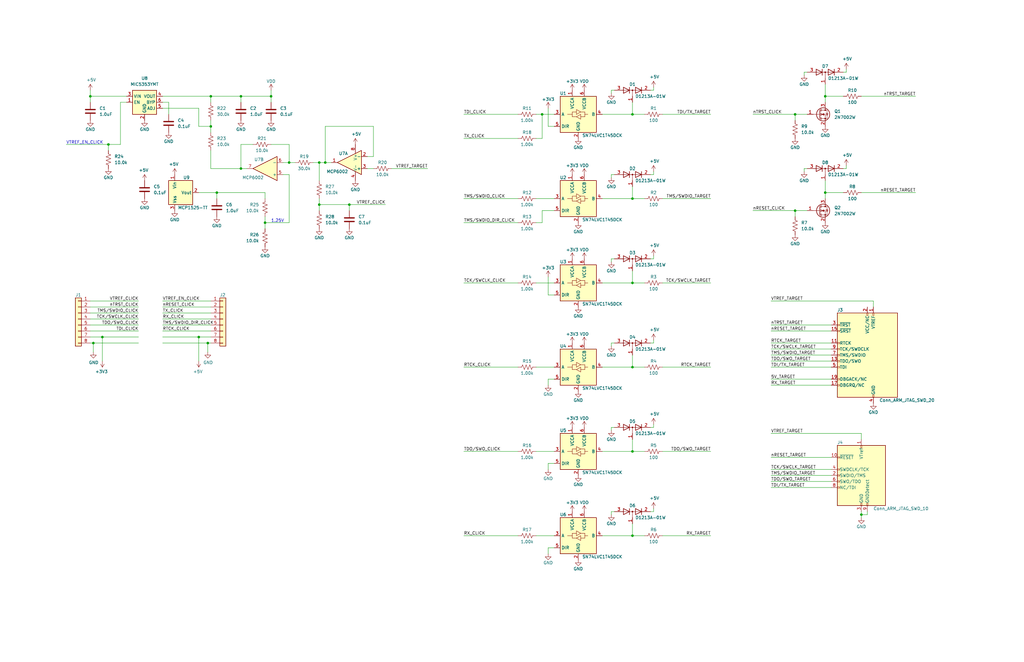
<source format=kicad_sch>
(kicad_sch (version 20230121) (generator eeschema)
  (paper "B")
  (lib_symbols
    (symbol "Amplifier_Operational:MCP6002-xMC" (pin_names (offset 0.127))
      (property "Reference" "U" (at 0 5.08 0))
      (property "Value" "MCP6002-xMC" (at 0 -5.08 0))
      (symbol "MCP6002-xMC_1_1"
        (pin output line (at 7.62 0 180) (length 2.54) (name "~") (number "1"))
        (pin input line (at -7.62 -2.54 0) (length 2.54) (name "-") (number "2"))
        (pin input line (at -7.62 2.54 0) (length 2.54) (name "+") (number "3"))
      )
      (symbol "MCP6002-xMC_2_1"
        (pin input line (at -7.62 2.54 0) (length 2.54) (name "+") (number "5"))
        (pin input line (at -7.62 -2.54 0) (length 2.54) (name "-") (number "6"))
        (pin output line (at 7.62 0 180) (length 2.54) (name "~") (number "7"))
      )
      (symbol "MCP6002-xMC_3_1"
        (pin power_in line (at -2.54 -7.62 90) (length 3.81) (name "V-") (number "4"))
        (pin power_in line (at -2.54 7.62 270) (length 3.81) (name "V+") (number "8"))
        (pin passive line (at -2.54 -7.62 90) (length 3.81) hide (name "V-") (number "9"))
      )
    )
    (symbol "Connector:Conn_ARM_JTAG_SWD_10" (pin_names (offset 1.016))
      (property "Reference" "J" (at -2.54 16.51 0))
      (property "Value" "Conn_ARM_JTAG_SWD_10" (at -2.54 13.97 0))
      (symbol "Conn_ARM_JTAG_SWD_10_1_1"
        (pin power_in line (at 0 15.24 270) (length 2.54) (name "VTref") (number "1"))
        (pin open_collector line (at 12.7 7.62 180) (length 2.54) (name "~{RESET}") (number "10"))
        (pin bidirectional line (at 12.7 0 180) (length 2.54) (name "SWDIO/TMS") (number "2"))
        (pin power_in line (at 0 -15.24 90) (length 2.54) (name "GND") (number "3"))
        (pin output line (at 12.7 2.54 180) (length 2.54) (name "SWDCLK/TCK") (number "4"))
        (pin passive line (at 0 -15.24 90) (length 2.54) hide (name "GND") (number "5"))
        (pin input line (at 12.7 -2.54 180) (length 2.54) (name "SWO/TDO") (number "6"))
        (pin no_connect line (at -10.16 0 0) (length 2.54) hide (name "KEY") (number "7"))
        (pin output line (at 12.7 -5.08 180) (length 2.54) (name "NC/TDI") (number "8"))
        (pin passive line (at -2.54 -15.24 90) (length 2.54) (name "GNDDetect") (number "9"))
      )
    )
    (symbol "Connector:Conn_ARM_JTAG_SWD_20" (pin_names (offset 1.016))
      (property "Reference" "J" (at -5.08 21.59 0))
      (property "Value" "Conn_ARM_JTAG_SWD_20" (at -5.08 19.05 0))
      (symbol "Conn_ARM_JTAG_SWD_20_1_1"
        (pin power_in line (at -2.54 20.32 270) (length 2.54) (name "VTREF") (number "1"))
        (pin passive line (at -2.54 -20.32 90) (length 2.54) hide (name "GND") (number "10"))
        (pin input line (at 15.24 5.08 180) (length 2.54) (name "RTCK") (number "11"))
        (pin passive line (at -2.54 -20.32 90) (length 2.54) hide (name "GND") (number "12"))
        (pin input line (at 15.24 -2.54 180) (length 2.54) (name "TDO/SWO") (number "13"))
        (pin passive line (at -2.54 -20.32 90) (length 2.54) hide (name "GND") (number "14"))
        (pin bidirectional line (at 15.24 10.16 180) (length 2.54) (name "~{SRST}") (number "15"))
        (pin passive line (at -2.54 -20.32 90) (length 2.54) hide (name "GND") (number "16"))
        (pin output line (at 15.24 -12.7 180) (length 2.54) (name "DBGRQ/NC") (number "17"))
        (pin passive line (at -2.54 -20.32 90) (length 2.54) hide (name "GND") (number "18"))
        (pin input line (at 15.24 -10.16 180) (length 2.54) (name "DBGACK/NC") (number "19"))
        (pin power_in line (at 0 20.32 270) (length 2.54) (name "VCC/NC") (number "2"))
        (pin passive line (at -2.54 -20.32 90) (length 2.54) hide (name "GND") (number "20"))
        (pin output line (at 15.24 12.7 180) (length 2.54) (name "~{TRST}") (number "3"))
        (pin power_in line (at -2.54 -20.32 90) (length 2.54) (name "GND") (number "4"))
        (pin output line (at 15.24 -5.08 180) (length 2.54) (name "TDI") (number "5"))
        (pin passive line (at -2.54 -20.32 90) (length 2.54) hide (name "GND") (number "6"))
        (pin output line (at 15.24 0 180) (length 2.54) (name "TMS/SWDIO") (number "7"))
        (pin passive line (at -2.54 -20.32 90) (length 2.54) hide (name "GND") (number "8"))
        (pin output line (at 15.24 2.54 180) (length 2.54) (name "TCK/SWDCLK") (number "9"))
      )
    )
    (symbol "Connector_Generic:Conn_01x08" (pin_names (offset 1.016) hide)
      (property "Reference" "J" (at 0 10.16 0))
      (property "Value" "Conn_01x08" (at 0 -12.7 0))
      (symbol "Conn_01x08_1_1"
        (pin passive line (at -5.08 7.62 0) (length 3.81) (name "Pin_1") (number "1"))
        (pin passive line (at -5.08 5.08 0) (length 3.81) (name "Pin_2") (number "2"))
        (pin passive line (at -5.08 2.54 0) (length 3.81) (name "Pin_3") (number "3"))
        (pin passive line (at -5.08 0 0) (length 3.81) (name "Pin_4") (number "4"))
        (pin passive line (at -5.08 -2.54 0) (length 3.81) (name "Pin_5") (number "5"))
        (pin passive line (at -5.08 -5.08 0) (length 3.81) (name "Pin_6") (number "6"))
        (pin passive line (at -5.08 -7.62 0) (length 3.81) (name "Pin_7") (number "7"))
        (pin passive line (at -5.08 -10.16 0) (length 3.81) (name "Pin_8") (number "8"))
      )
    )
    (symbol "Device:C" (pin_numbers hide) (pin_names (offset 0.254))
      (property "Reference" "C" (at 0.635 2.54 0))
      (property "Value" "C" (at 0.635 -2.54 0))
      (symbol "C_1_1"
        (pin passive line (at 0 3.81 270) (length 2.794) (name "~") (number "1"))
        (pin passive line (at 0 -3.81 90) (length 2.794) (name "~") (number "2"))
      )
    )
    (symbol "Device:D_Dual_Series_CKA" (pin_names (offset 0.762) hide)
      (property "Reference" "D" (at 1.27 -2.54 0))
      (property "Value" "D_Dual_Series_CKA" (at 0 2.54 0))
      (symbol "D_Dual_Series_CKA_0_1"
        (pin passive line (at 0 -5.08 90) (length 2.54) (name "common") (number "1"))
        (pin passive line (at 7.62 0 180) (length 3.81) (name "K") (number "2"))
        (pin passive line (at -7.62 0 0) (length 3.81) (name "A") (number "3"))
      )
    )
    (symbol "Device:Q_NMOS_GSD" (pin_names (offset 0) hide)
      (property "Reference" "Q" (at 5.08 1.27 0))
      (property "Value" "Q_NMOS_GSD" (at 5.08 -1.27 0))
      (symbol "Q_NMOS_GSD_1_1"
        (pin input line (at -5.08 0 0) (length 2.54) (name "G") (number "1"))
        (pin passive line (at 2.54 -5.08 90) (length 2.54) (name "S") (number "2"))
        (pin passive line (at 2.54 5.08 270) (length 2.54) (name "D") (number "3"))
      )
    )
    (symbol "Device:R_US" (pin_numbers hide) (pin_names (offset 0))
      (property "Reference" "R" (at 2.54 0 90))
      (property "Value" "R_US" (at -2.54 0 90))
      (symbol "R_US_1_1"
        (pin passive line (at 0 3.81 270) (length 1.27) (name "~") (number "1"))
        (pin passive line (at 0 -3.81 90) (length 1.27) (name "~") (number "2"))
      )
    )
    (symbol "Logic_LevelTranslator:SN74LVC1T45DCK"
      (property "Reference" "U" (at -6.35 8.89 0))
      (property "Value" "SN74LVC1T45DCK" (at 3.81 8.89 0))
      (symbol "SN74LVC1T45DCK_1_1"
        (pin power_in line (at -2.54 10.16 270) (length 2.54) (name "VCCA") (number "1"))
        (pin power_in line (at 0 -10.16 90) (length 2.54) (name "GND") (number "2"))
        (pin bidirectional line (at -10.16 0 0) (length 2.54) (name "A") (number "3"))
        (pin bidirectional line (at 10.16 0 180) (length 2.54) (name "B") (number "4"))
        (pin input line (at -10.16 -5.08 0) (length 2.54) (name "DIR") (number "5"))
        (pin power_in line (at 2.54 10.16 270) (length 2.54) (name "VCCB") (number "6"))
      )
    )
    (symbol "Reference_Voltage:MCP1525-TT"
      (property "Reference" "U" (at 1.27 8.255 0))
      (property "Value" "MCP1525-TT" (at 1.27 6.35 0))
      (symbol "MCP1525-TT_1_1"
        (pin power_in line (at 0 7.62 270) (length 2.54) (name "Vin") (number "1"))
        (pin power_out line (at 10.16 0 180) (length 2.54) (name "Vout") (number "2"))
        (pin power_in line (at 0 -7.62 90) (length 2.54) (name "Vss") (number "3"))
      )
    )
    (symbol "Regulator_Linear:MIC5353YMT"
      (property "Reference" "U" (at -3.81 6.35 0))
      (property "Value" "MIC5353YMT" (at 6.35 6.35 0))
      (symbol "MIC5353YMT_0_1"
        (pin input line (at -7.62 0 0) (length 2.54) (name "EN") (number "1"))
        (pin power_in line (at 0 -7.62 90) (length 2.54) (name "GND") (number "2"))
        (pin power_in line (at -7.62 2.54 0) (length 2.54) (name "VIN") (number "3"))
        (pin power_out line (at 7.62 2.54 180) (length 2.54) (name "VOUT") (number "4"))
        (pin input line (at 7.62 -2.54 180) (length 2.54) (name "ADJ") (number "5"))
        (pin passive line (at 7.62 0 180) (length 2.54) (name "BYP") (number "6"))
        (pin passive line (at 0 -7.62 90) (length 2.54) hide (name "GND") (number "7"))
      )
    )
    (symbol "power:+3V3" (power) (pin_names (offset 0))
      (property "Value" "+3V3" (at 0 3.556 0))
      (symbol "+3V3_1_1"
        (pin power_in line (at 0 0 90) (length 0) hide (name "+3V3") (number "1"))
      )
    )
    (symbol "power:+5V" (power) (pin_names (offset 0))
      (property "Value" "+5V" (at 0 3.556 0))
      (symbol "+5V_1_1"
        (pin power_in line (at 0 0 90) (length 0) hide (name "+5V") (number "1"))
      )
    )
    (symbol "power:GND" (power) (pin_names (offset 0))
      (property "Value" "GND" (at 0 -3.81 0))
      (symbol "GND_1_1"
        (pin power_in line (at 0 0 270) (length 0) hide (name "GND") (number "1"))
      )
    )
    (symbol "power:VDD" (power) (pin_names (offset 0))
      (property "Value" "VDD" (at 0 3.81 0))
      (symbol "VDD_1_1"
        (pin power_in line (at 0 0 90) (length 0) hide (name "VDD") (number "1"))
      )
    )
  )
  (junction (at 266.7 154.94))
  (junction (at 39.37 144.78))
  (junction (at 111.76 93.98))
  (junction (at 335.28 88.9))
  (junction (at 87.63 144.78))
  (junction (at 266.7 83.82))
  (junction (at 101.6 40.64))
  (junction (at 266.7 119.38))
  (junction (at 228.6 48.26))
  (junction (at 88.9 40.64))
  (junction (at 121.92 68.58))
  (junction (at 91.44 81.28))
  (junction (at 83.82 142.24))
  (junction (at 38.1 40.64))
  (junction (at 114.3 40.64))
  (junction (at 266.7 48.26))
  (junction (at 45.72 60.96))
  (junction (at 134.62 68.58))
  (junction (at 266.7 190.5))
  (junction (at 43.18 142.24))
  (junction (at 347.98 81.28))
  (junction (at 88.9 53.34))
  (junction (at 134.62 86.36))
  (junction (at 347.98 40.64))
  (junction (at 101.6 71.12))
  (junction (at 137.16 68.58))
  (junction (at 266.7 226.06))
  (junction (at 363.22 217.17))
  (junction (at 147.32 86.36))
  (junction (at 335.28 48.26))
  (wire (pts (xy 132.08 68.58) (xy 134.62 68.58)))
  (wire (pts (xy 266.7 190.5) (xy 271.78 190.5)))
  (wire (pts (xy 134.62 83.82) (xy 134.62 86.36)))
  (wire (pts (xy 254 119.38) (xy 266.7 119.38)))
  (wire (pts (xy 325.12 182.88) (xy 363.22 182.88)))
  (wire (pts (xy 363.22 182.88) (xy 363.22 185.42)))
  (wire (pts (xy 228.6 88.9) (xy 233.68 88.9)))
  (wire (pts (xy 254 83.82) (xy 266.7 83.82)))
  (wire (pts (xy 257.81 144.78) (xy 257.81 146.05)))
  (wire (pts (xy 266.7 48.26) (xy 271.78 48.26)))
  (wire (pts (xy 340.36 88.9) (xy 335.28 88.9)))
  (wire (pts (xy 325.12 127) (xy 368.3 127)))
  (wire (pts (xy 134.62 68.58) (xy 137.16 68.58)))
  (wire (pts (xy 266.7 119.38) (xy 271.78 119.38)))
  (wire (pts (xy 68.58 134.62) (xy 88.9 134.62)))
  (wire (pts (xy 43.18 152.4) (xy 43.18 142.24)))
  (wire (pts (xy 195.58 226.06) (xy 218.44 226.06)))
  (wire (pts (xy 257.81 144.78) (xy 259.08 144.78)))
  (wire (pts (xy 257.81 215.9) (xy 257.81 217.17)))
  (wire (pts (xy 279.4 226.06) (xy 299.72 226.06)))
  (wire (pts (xy 91.44 81.28) (xy 91.44 83.82)))
  (wire (pts (xy 157.48 53.34) (xy 157.48 66.04)))
  (wire (pts (xy 325.12 200.66) (xy 350.52 200.66)))
  (wire (pts (xy 266.7 226.06) (xy 271.78 226.06)))
  (wire (pts (xy 266.7 185.42) (xy 266.7 190.5)))
  (wire (pts (xy 233.68 231.14) (xy 231.14 231.14)))
  (wire (pts (xy 119.38 68.58) (xy 121.92 68.58)))
  (wire (pts (xy 111.76 93.98) (xy 111.76 96.52)))
  (wire (pts (xy 325.12 137.16) (xy 350.52 137.16)))
  (wire (pts (xy 71.12 43.18) (xy 71.12 48.26)))
  (wire (pts (xy 154.94 71.12) (xy 157.48 71.12)))
  (wire (pts (xy 39.37 148.59) (xy 39.37 144.78)))
  (wire (pts (xy 111.76 91.44) (xy 111.76 93.98)))
  (wire (pts (xy 365.76 215.9) (xy 365.76 217.17)))
  (wire (pts (xy 114.3 40.64) (xy 114.3 43.18)))
  (wire (pts (xy 121.92 68.58) (xy 124.46 68.58)))
  (wire (pts (xy 231.14 162.56) (xy 231.14 160.02)))
  (wire (pts (xy 226.06 58.42) (xy 228.6 58.42)))
  (wire (pts (xy 134.62 86.36) (xy 147.32 86.36)))
  (wire (pts (xy 355.6 40.64) (xy 347.98 40.64)))
  (wire (pts (xy 325.12 144.78) (xy 350.52 144.78)))
  (wire (pts (xy 39.37 144.78) (xy 58.42 144.78)))
  (wire (pts (xy 325.12 162.56) (xy 350.52 162.56)))
  (wire (pts (xy 83.82 45.72) (xy 83.82 53.34)))
  (wire (pts (xy 275.59 73.66) (xy 274.32 73.66)))
  (wire (pts (xy 101.6 40.64) (xy 114.3 40.64)))
  (wire (pts (xy 257.81 38.1) (xy 259.08 38.1)))
  (wire (pts (xy 111.76 93.98) (xy 121.92 93.98)))
  (wire (pts (xy 325.12 147.32) (xy 350.52 147.32)))
  (wire (pts (xy 275.59 180.34) (xy 274.32 180.34)))
  (wire (pts (xy 266.7 43.18) (xy 266.7 48.26)))
  (wire (pts (xy 38.1 137.16) (xy 58.42 137.16)))
  (wire (pts (xy 275.59 215.9) (xy 274.32 215.9)))
  (wire (pts (xy 68.58 137.16) (xy 88.9 137.16)))
  (wire (pts (xy 257.81 109.22) (xy 259.08 109.22)))
  (wire (pts (xy 195.58 154.94) (xy 218.44 154.94)))
  (wire (pts (xy 231.14 53.34) (xy 233.68 53.34)))
  (wire (pts (xy 226.06 190.5) (xy 233.68 190.5)))
  (wire (pts (xy 266.7 78.74) (xy 266.7 83.82)))
  (wire (pts (xy 335.28 48.26) (xy 335.28 50.8)))
  (wire (pts (xy 91.44 81.28) (xy 111.76 81.28)))
  (wire (pts (xy 68.58 139.7) (xy 88.9 139.7)))
  (wire (pts (xy 231.14 116.84) (xy 231.14 124.46)))
  (wire (pts (xy 275.59 179.07) (xy 275.59 180.34)))
  (wire (pts (xy 68.58 127) (xy 88.9 127)))
  (wire (pts (xy 347.98 40.64) (xy 347.98 43.18)))
  (wire (pts (xy 137.16 53.34) (xy 157.48 53.34)))
  (wire (pts (xy 266.7 154.94) (xy 271.78 154.94)))
  (wire (pts (xy 83.82 142.24) (xy 88.9 142.24)))
  (wire (pts (xy 83.82 81.28) (xy 91.44 81.28)))
  (wire (pts (xy 87.63 148.59) (xy 87.63 144.78)))
  (wire (pts (xy 228.6 48.26) (xy 233.68 48.26)))
  (wire (pts (xy 38.1 144.78) (xy 39.37 144.78)))
  (wire (pts (xy 325.12 193.04) (xy 350.52 193.04)))
  (wire (pts (xy 325.12 152.4) (xy 350.52 152.4)))
  (wire (pts (xy 38.1 38.1) (xy 38.1 40.64)))
  (wire (pts (xy 356.87 71.12) (xy 355.6 71.12)))
  (wire (pts (xy 347.98 35.56) (xy 347.98 40.64)))
  (wire (pts (xy 68.58 129.54) (xy 88.9 129.54)))
  (wire (pts (xy 137.16 68.58) (xy 137.16 53.34)))
  (wire (pts (xy 231.14 231.14) (xy 231.14 233.68)))
  (wire (pts (xy 339.09 30.48) (xy 339.09 31.75)))
  (wire (pts (xy 279.4 48.26) (xy 299.72 48.26)))
  (wire (pts (xy 325.12 160.02) (xy 350.52 160.02)))
  (wire (pts (xy 226.06 154.94) (xy 233.68 154.94)))
  (wire (pts (xy 231.14 124.46) (xy 233.68 124.46)))
  (wire (pts (xy 355.6 81.28) (xy 347.98 81.28)))
  (wire (pts (xy 266.7 220.98) (xy 266.7 226.06)))
  (wire (pts (xy 347.98 76.2) (xy 347.98 81.28)))
  (wire (pts (xy 104.14 71.12) (xy 101.6 71.12)))
  (wire (pts (xy 101.6 60.96) (xy 101.6 71.12)))
  (wire (pts (xy 257.81 73.66) (xy 259.08 73.66)))
  (wire (pts (xy 195.58 93.98) (xy 218.44 93.98)))
  (wire (pts (xy 88.9 40.64) (xy 88.9 43.18)))
  (wire (pts (xy 195.58 83.82) (xy 218.44 83.82)))
  (wire (pts (xy 226.06 93.98) (xy 228.6 93.98)))
  (wire (pts (xy 347.98 81.28) (xy 347.98 83.82)))
  (wire (pts (xy 231.14 198.12) (xy 231.14 195.58)))
  (wire (pts (xy 68.58 40.64) (xy 88.9 40.64)))
  (wire (pts (xy 257.81 38.1) (xy 257.81 39.37)))
  (wire (pts (xy 257.81 73.66) (xy 257.81 74.93)))
  (wire (pts (xy 356.87 69.85) (xy 356.87 71.12)))
  (wire (pts (xy 111.76 81.28) (xy 111.76 83.82)))
  (wire (pts (xy 68.58 43.18) (xy 71.12 43.18)))
  (wire (pts (xy 195.58 48.26) (xy 218.44 48.26)))
  (wire (pts (xy 88.9 40.64) (xy 101.6 40.64)))
  (wire (pts (xy 134.62 86.36) (xy 134.62 88.9)))
  (wire (pts (xy 180.34 71.12) (xy 165.1 71.12)))
  (wire (pts (xy 254 226.06) (xy 266.7 226.06)))
  (wire (pts (xy 254 190.5) (xy 266.7 190.5)))
  (wire (pts (xy 38.1 142.24) (xy 43.18 142.24)))
  (wire (pts (xy 368.3 127) (xy 368.3 129.54)))
  (wire (pts (xy 363.22 218.44) (xy 363.22 217.17)))
  (wire (pts (xy 279.4 190.5) (xy 299.72 190.5)))
  (wire (pts (xy 43.18 142.24) (xy 58.42 142.24)))
  (wire (pts (xy 38.1 127) (xy 58.42 127)))
  (wire (pts (xy 339.09 71.12) (xy 339.09 72.39)))
  (wire (pts (xy 275.59 109.22) (xy 274.32 109.22)))
  (wire (pts (xy 356.87 30.48) (xy 355.6 30.48)))
  (wire (pts (xy 275.59 144.78) (xy 274.32 144.78)))
  (wire (pts (xy 38.1 40.64) (xy 53.34 40.64)))
  (wire (pts (xy 325.12 139.7) (xy 350.52 139.7)))
  (wire (pts (xy 317.5 88.9) (xy 335.28 88.9)))
  (wire (pts (xy 50.8 43.18) (xy 53.34 43.18)))
  (wire (pts (xy 257.81 215.9) (xy 259.08 215.9)))
  (wire (pts (xy 195.58 190.5) (xy 218.44 190.5)))
  (wire (pts (xy 339.09 30.48) (xy 340.36 30.48)))
  (wire (pts (xy 38.1 139.7) (xy 58.42 139.7)))
  (wire (pts (xy 257.81 180.34) (xy 259.08 180.34)))
  (wire (pts (xy 279.4 83.82) (xy 299.72 83.82)))
  (wire (pts (xy 139.7 68.58) (xy 137.16 68.58)))
  (wire (pts (xy 325.12 149.86) (xy 350.52 149.86)))
  (wire (pts (xy 386.08 40.64) (xy 363.22 40.64)))
  (wire (pts (xy 88.9 50.8) (xy 88.9 53.34)))
  (wire (pts (xy 325.12 205.74) (xy 350.52 205.74)))
  (wire (pts (xy 231.14 45.72) (xy 231.14 53.34)))
  (wire (pts (xy 279.4 154.94) (xy 299.72 154.94)))
  (wire (pts (xy 266.7 83.82) (xy 271.78 83.82)))
  (wire (pts (xy 154.94 66.04) (xy 157.48 66.04)))
  (wire (pts (xy 275.59 143.51) (xy 275.59 144.78)))
  (wire (pts (xy 275.59 36.83) (xy 275.59 38.1)))
  (wire (pts (xy 38.1 132.08) (xy 58.42 132.08)))
  (wire (pts (xy 38.1 43.18) (xy 38.1 40.64)))
  (wire (pts (xy 386.08 81.28) (xy 363.22 81.28)))
  (wire (pts (xy 279.4 119.38) (xy 299.72 119.38)))
  (wire (pts (xy 68.58 45.72) (xy 83.82 45.72)))
  (wire (pts (xy 335.28 88.9) (xy 335.28 91.44)))
  (wire (pts (xy 101.6 60.96) (xy 106.68 60.96)))
  (wire (pts (xy 231.14 160.02) (xy 233.68 160.02)))
  (wire (pts (xy 325.12 203.2) (xy 350.52 203.2)))
  (wire (pts (xy 257.81 180.34) (xy 257.81 181.61)))
  (wire (pts (xy 257.81 109.22) (xy 257.81 110.49)))
  (wire (pts (xy 101.6 40.64) (xy 101.6 43.18)))
  (wire (pts (xy 356.87 29.21) (xy 356.87 30.48)))
  (wire (pts (xy 83.82 53.34) (xy 88.9 53.34)))
  (wire (pts (xy 134.62 68.58) (xy 134.62 76.2)))
  (wire (pts (xy 38.1 129.54) (xy 58.42 129.54)))
  (wire (pts (xy 45.72 60.96) (xy 45.72 63.5)))
  (wire (pts (xy 226.06 83.82) (xy 233.68 83.82)))
  (wire (pts (xy 147.32 86.36) (xy 147.32 88.9)))
  (wire (pts (xy 226.06 226.06) (xy 233.68 226.06)))
  (wire (pts (xy 275.59 38.1) (xy 274.32 38.1)))
  (wire (pts (xy 275.59 214.63) (xy 275.59 215.9)))
  (wire (pts (xy 275.59 72.39) (xy 275.59 73.66)))
  (wire (pts (xy 226.06 119.38) (xy 233.68 119.38)))
  (wire (pts (xy 68.58 132.08) (xy 88.9 132.08)))
  (wire (pts (xy 121.92 73.66) (xy 121.92 93.98)))
  (wire (pts (xy 68.58 142.24) (xy 83.82 142.24)))
  (wire (pts (xy 27.94 60.96) (xy 45.72 60.96)))
  (wire (pts (xy 266.7 149.86) (xy 266.7 154.94)))
  (wire (pts (xy 38.1 134.62) (xy 58.42 134.62)))
  (wire (pts (xy 88.9 53.34) (xy 88.9 55.88)))
  (wire (pts (xy 226.06 48.26) (xy 228.6 48.26)))
  (wire (pts (xy 325.12 198.12) (xy 350.52 198.12)))
  (wire (pts (xy 114.3 38.1) (xy 114.3 40.64)))
  (wire (pts (xy 325.12 154.94) (xy 350.52 154.94)))
  (wire (pts (xy 147.32 86.36) (xy 162.56 86.36)))
  (wire (pts (xy 365.76 217.17) (xy 363.22 217.17)))
  (wire (pts (xy 266.7 114.3) (xy 266.7 119.38)))
  (wire (pts (xy 119.38 73.66) (xy 121.92 73.66)))
  (wire (pts (xy 339.09 71.12) (xy 340.36 71.12)))
  (wire (pts (xy 83.82 152.4) (xy 83.82 142.24)))
  (wire (pts (xy 87.63 144.78) (xy 88.9 144.78)))
  (wire (pts (xy 254 154.94) (xy 266.7 154.94)))
  (wire (pts (xy 195.58 58.42) (xy 218.44 58.42)))
  (wire (pts (xy 195.58 119.38) (xy 218.44 119.38)))
  (wire (pts (xy 45.72 60.96) (xy 50.8 60.96)))
  (wire (pts (xy 275.59 107.95) (xy 275.59 109.22)))
  (wire (pts (xy 228.6 93.98) (xy 228.6 88.9)))
  (wire (pts (xy 121.92 60.96) (xy 121.92 68.58)))
  (wire (pts (xy 231.14 195.58) (xy 233.68 195.58)))
  (wire (pts (xy 228.6 58.42) (xy 228.6 48.26)))
  (wire (pts (xy 68.58 144.78) (xy 87.63 144.78)))
  (wire (pts (xy 88.9 71.12) (xy 101.6 71.12)))
  (wire (pts (xy 363.22 217.17) (xy 363.22 215.9)))
  (wire (pts (xy 340.36 48.26) (xy 335.28 48.26)))
  (wire (pts (xy 50.8 60.96) (xy 50.8 43.18)))
  (wire (pts (xy 317.5 48.26) (xy 335.28 48.26)))
  (wire (pts (xy 254 48.26) (xy 266.7 48.26)))
  (wire (pts (xy 88.9 63.5) (xy 88.9 71.12)))
  (wire (pts (xy 114.3 60.96) (xy 121.92 60.96)))
  (text "VTREF_EN_CLICK" (at 27.94 60.96 0) (effects (font (size 1.27 1.27)) (justify left bottom)))
  (text "1.25V" (at 114.3 93.98 0) (effects (font (size 1.27 1.27)) (justify left bottom)))
  (label "RX_CLICK" (at 195.58 226.06 0))
  (label "RX_CLICK" (at 68.58 134.62 0))
  (label "nRESET_TARGET" (at 325.12 193.04 0))
  (label "TDI{slash}TX_TARGET" (at 299.72 48.26 180))
  (label "TDO{slash}SWO_CLICK" (at 195.58 190.5 0))
  (label "TCK{slash}SWCLK_TARGET" (at 299.72 119.38 180))
  (label "nRESET_CLICK" (at 68.58 129.54 0))
  (label "VTREF_CLICK" (at 58.42 127 180))
  (label "nTRST_CLICK" (at 317.5 48.26 0))
  (label "TMS{slash}SWDIO_DIR_CLICK" (at 68.58 137.16 0))
  (label "RX_TARGET" (at 325.12 162.56 0))
  (label "TDI{slash}TX_TARGET" (at 325.12 205.74 0))
  (label "TDI{slash}TX_TARGET" (at 325.12 154.94 0))
  (label "TDO{slash}SWO_TARGET" (at 299.72 190.5 180))
  (label "VTREF_CLICK" (at 162.56 86.36 180))
  (label "TMS{slash}SWDIO_TARGET" (at 325.12 200.66 0))
  (label "TDO{slash}SWO_CLICK" (at 58.42 137.16 180))
  (label "TMS{slash}SWDIO_DIR_CLICK" (at 195.58 93.98 0))
  (label "TMS{slash}SWDIO_CLICK" (at 195.58 83.82 0))
  (label "nTRST_TARGET" (at 325.12 137.16 0))
  (label "TMS{slash}SWDIO_TARGET" (at 299.72 83.82 180))
  (label "nRESET_CLICK" (at 317.5 88.9 0))
  (label "VTREF_TARGET" (at 325.12 182.88 0))
  (label "TDO{slash}SWO_TARGET" (at 325.12 152.4 0))
  (label "VTREF_EN_CLICK" (at 68.58 127 0))
  (label "nRESET_TARGET" (at 325.12 139.7 0))
  (label "TCK{slash}SWCLK_TARGET" (at 325.12 147.32 0))
  (label "RTCK_CLICK" (at 195.58 154.94 0))
  (label "TDI_CLICK" (at 58.42 139.7 180))
  (label "TMS{slash}SWDIO_TARGET" (at 325.12 149.86 0))
  (label "nTRST_TARGET" (at 386.08 40.64 180))
  (label "TX_CLICK" (at 195.58 58.42 0))
  (label "RTCK_TARGET" (at 325.12 144.78 0))
  (label "RTCK_CLICK" (at 68.58 139.7 0))
  (label "TCK{slash}SWCLK_TARGET" (at 325.12 198.12 0))
  (label "TX_CLICK" (at 68.58 132.08 0))
  (label "TDI_CLICK" (at 195.58 48.26 0))
  (label "TDO{slash}SWO_TARGET" (at 325.12 203.2 0))
  (label "VTREF_TARGET" (at 180.34 71.12 180))
  (label "TCK{slash}SWCLK_CLICK" (at 195.58 119.38 0))
  (label "nTRST_CLICK" (at 58.42 129.54 180))
  (label "5V_TARGET" (at 325.12 160.02 0))
  (label "TCK{slash}SWCLK_CLICK" (at 58.42 134.62 180))
  (label "RX_TARGET" (at 299.72 226.06 180))
  (label "RTCK_TARGET" (at 299.72 154.94 180))
  (label "nRESET_TARGET" (at 386.08 81.28 180))
  (label "TMS{slash}SWDIO_CLICK" (at 58.42 132.08 180))
  (label "VTREF_TARGET" (at 325.12 127 0))
  (symbol (lib_id "power:+5V") (at 275.59 214.63 0) (unit 1)
    (property "Reference" "#PWR044" (effects hide))
    (property "Value" "+5V" (at 275.971 210.2358 0))
  )
  (symbol (lib_id "power:GND") (at 101.6 50.8 0) (unit 1)
    (property "Reference" "#PWR057" (effects hide))
    (property "Value" "GND" (at 101.6 54.61 0))
  )
  (symbol (lib_id "Connector_Generic:Conn_01x08") (at 33.02 134.62 0) (mirror y) (unit 1)
    (property "Reference" "J1" (at 33.02 124.46 0))
    (property "Value" "Conn_01x08" (effects hide))
    (property "Footprint" "Connector_PinHeader_2.54mm:PinHeader_1x08_P2.54mm_Vertical" (effects hide))
  )
  (symbol (lib_id "Device:R_US") (at 275.59 119.38 90) (unit 1)
    (property "Reference" "R3" (at 275.59 116.84 90))
    (property "Value" "100" (at 275.59 121.92 90))
    (property "Footprint" "Resistor_SMD:R_0402_1005Metric" (effects hide))
  )
  (symbol (lib_id "power:+5V") (at 275.59 72.39 0) (unit 1)
    (property "Reference" "#PWR035" (effects hide))
    (property "Value" "+5V" (at 275.971 67.9958 0))
  )
  (symbol (lib_id "Device:R_US") (at 335.28 54.61 0) (unit 1)
    (property "Reference" "R9" (at 337.82 53.34 0) (effects (justify left)))
    (property "Value" "10.0k" (at 337.82 55.88 0) (effects (justify left)))
    (property "Footprint" "Resistor_SMD:R_0402_1005Metric" (effects hide))
  )
  (symbol (lib_id "power:GND") (at 243.84 165.1 0) (unit 1)
    (property "Reference" "#PWR014" (effects hide))
    (property "Value" "GND" (at 243.84 168.91 0))
  )
  (symbol (lib_id "power:GND") (at 347.98 53.34 0) (unit 1)
    (property "Reference" "#PWR034" (effects hide))
    (property "Value" "GND" (at 347.98 57.15 0))
  )
  (symbol (lib_id "power:GND") (at 339.09 31.75 0) (unit 1)
    (property "Reference" "#PWR047" (effects hide))
    (property "Value" "GND" (at 339.09 35.56 0))
  )
  (symbol (lib_id "Connector:Conn_ARM_JTAG_SWD_20") (at 365.76 149.86 0) (mirror y) (unit 1)
    (property "Reference" "J3" (at 353.06 130.81 0) (effects (justify right)))
    (property "Value" "Conn_ARM_JTAG_SWD_20" (at 370.84 168.91 0) (effects (justify right)))
    (property "Footprint" "Connector_IDC:IDC-Header_2x10_P2.54mm_Horizontal" (effects hide))
    (property "Datasheet" "http://infocenter.arm.com/help/topic/com.arm.doc.dui0499b/DUI0499B_system_design_reference.pdf" (effects hide))
  )
  (symbol (lib_id "Logic_LevelTranslator:SN74LVC1T45DCK") (at 243.84 48.26 0) (unit 1)
    (property "Reference" "U1" (at 237.49 39.37 0))
    (property "Value" "SN74LVC1T45DCK" (at 254 57.15 0))
    (property "Footprint" "Package_TO_SOT_SMD:SOT-363_SC-70-6" (effects hide))
    (property "Datasheet" "http://www.ti.com/lit/ds/symlink/sn74lvc1t45.pdf" (effects hide))
  )
  (symbol (lib_id "power:+5V") (at 73.66 73.66 0) (mirror y) (unit 1)
    (property "Reference" "#PWR060" (effects hide))
    (property "Value" "+5V" (at 73.279 69.2658 0))
  )
  (symbol (lib_id "Device:R_US") (at 45.72 67.31 0) (unit 1)
    (property "Reference" "R24" (at 48.26 66.04 0) (effects (justify left)))
    (property "Value" "10.0k" (at 48.26 68.58 0) (effects (justify left)))
    (property "Footprint" "Resistor_SMD:R_0402_1005Metric" (effects hide))
  )
  (symbol (lib_id "power:+5V") (at 38.1 38.1 0) (unit 1)
    (property "Reference" "#PWR052" (effects hide))
    (property "Value" "+5V" (at 38.481 33.7058 0))
  )
  (symbol (lib_id "Device:R_US") (at 88.9 59.69 0) (unit 1)
    (property "Reference" "R23" (at 91.44 58.42 0) (effects (justify left)))
    (property "Value" "10.0k" (at 91.44 60.96 0) (effects (justify left)))
    (property "Footprint" "Resistor_SMD:R_0402_1005Metric" (effects hide))
  )
  (symbol (lib_id "power:GND") (at 243.84 93.98 0) (unit 1)
    (property "Reference" "#PWR02" (effects hide))
    (property "Value" "GND" (at 243.84 97.79 0))
  )
  (symbol (lib_id "Device:D_Dual_Series_CKA") (at 266.7 215.9 0) (unit 1)
    (property "Reference" "D6" (at 266.7 213.36 0))
    (property "Value" "D1213A-01W" (at 274.32 218.44 0))
    (property "Footprint" "Package_TO_SOT_SMD:SOT-323_SC-70" (effects hide))
  )
  (symbol (lib_id "Device:C") (at 38.1 46.99 0) (unit 1)
    (property "Reference" "C1" (at 41.91 45.72 0) (effects (justify left)))
    (property "Value" "1.0uF" (at 41.91 48.26 0) (effects (justify left)))
    (property "Footprint" "Capacitor_SMD:C_0603_1608Metric" (effects hide))
  )
  (symbol (lib_id "power:GND") (at 147.32 96.52 0) (mirror y) (unit 1)
    (property "Reference" "#PWR067" (effects hide))
    (property "Value" "GND" (at 147.32 100.33 0))
  )
  (symbol (lib_id "Device:Q_NMOS_GSD") (at 345.44 88.9 0) (unit 1)
    (property "Reference" "Q2" (at 351.79 87.63 0) (effects (justify left)))
    (property "Value" "2N7002W" (at 351.79 90.17 0) (effects (justify left)))
    (property "Footprint" "Package_TO_SOT_SMD:SOT-323_SC-70" (effects hide))
  )
  (symbol (lib_id "Device:Q_NMOS_GSD") (at 345.44 48.26 0) (unit 1)
    (property "Reference" "Q1" (at 351.79 46.99 0) (effects (justify left)))
    (property "Value" "2N7002W" (at 351.79 49.53 0) (effects (justify left)))
    (property "Footprint" "Package_TO_SOT_SMD:SOT-323_SC-70" (effects hide))
  )
  (symbol (lib_id "power:+3V3") (at 241.3 38.1 0) (unit 1)
    (property "Reference" "#PWR011" (effects hide))
    (property "Value" "+3V3" (at 241.3 34.29 0))
  )
  (symbol (lib_id "Amplifier_Operational:MCP6002-xMC") (at 147.32 68.58 180) (unit 1)
    (property "Reference" "U7" (at 144.78 64.77 0))
    (property "Value" "MCP6002" (at 142.24 72.39 0))
    (property "Footprint" "Package_DFN_QFN:DFN-8-1EP_3x2mm_P0.5mm_EP1.75x1.45mm" (effects hide))
    (property "Datasheet" "http://ww1.microchip.com/downloads/en/DeviceDoc/21733j.pdf" (effects hide))
  )
  (symbol (lib_id "Device:C") (at 91.44 87.63 0) (unit 1)
    (property "Reference" "C6" (at 95.25 86.36 0) (effects (justify left)))
    (property "Value" "1.0uF" (at 95.25 88.9 0) (effects (justify left)))
    (property "Footprint" "Capacitor_SMD:C_0603_1608Metric" (effects hide))
  )
  (symbol (lib_id "Device:R_US") (at 110.49 60.96 90) (unit 1)
    (property "Reference" "R21" (at 110.49 58.42 90))
    (property "Value" "10.0k" (at 110.49 63.5 90))
    (property "Footprint" "Resistor_SMD:R_0402_1005Metric" (effects hide))
  )
  (symbol (lib_id "Device:R_US") (at 275.59 190.5 90) (unit 1)
    (property "Reference" "R5" (at 275.59 187.96 90))
    (property "Value" "100" (at 275.59 193.04 90))
    (property "Footprint" "Resistor_SMD:R_0402_1005Metric" (effects hide))
  )
  (symbol (lib_id "Device:C") (at 147.32 92.71 0) (unit 1)
    (property "Reference" "C7" (at 151.13 91.44 0) (effects (justify left)))
    (property "Value" "0.1uF" (at 151.13 93.98 0) (effects (justify left)))
    (property "Footprint" "Capacitor_SMD:C_0402_1005Metric" (effects hide))
  )
  (symbol (lib_id "Amplifier_Operational:MCP6002-xMC") (at 111.76 71.12 180) (unit 2)
    (property "Reference" "U7" (at 109.22 67.31 0))
    (property "Value" "MCP6002" (at 106.68 74.93 0))
    (property "Footprint" "Package_DFN_QFN:DFN-8-1EP_3x2mm_P0.5mm_EP1.75x1.45mm" (effects hide))
    (property "Datasheet" "http://ww1.microchip.com/downloads/en/DeviceDoc/21733j.pdf" (effects hide))
  )
  (symbol (lib_id "Device:R_US") (at 222.25 190.5 90) (unit 1)
    (property "Reference" "R16" (at 222.25 187.96 90))
    (property "Value" "1.00k" (at 222.25 193.04 90))
    (property "Footprint" "Resistor_SMD:R_0402_1005Metric" (effects hide))
  )
  (symbol (lib_id "Device:R_US") (at 161.29 71.12 90) (unit 1)
    (property "Reference" "R20" (at 161.29 68.58 90))
    (property "Value" "10.0k" (at 161.29 73.66 90))
    (property "Footprint" "Resistor_SMD:R_0402_1005Metric" (effects hide))
  )
  (symbol (lib_id "power:GND") (at 363.22 218.44 0) (unit 1)
    (property "Reference" "#PWR051" (effects hide))
    (property "Value" "GND" (at 363.22 222.25 0))
  )
  (symbol (lib_id "Device:R_US") (at 222.25 83.82 90) (unit 1)
    (property "Reference" "R12" (at 222.25 81.28 90))
    (property "Value" "1.00k" (at 222.25 86.36 90))
    (property "Footprint" "Resistor_SMD:R_0402_1005Metric" (effects hide))
  )
  (symbol (lib_id "power:+5V") (at 275.59 179.07 0) (unit 1)
    (property "Reference" "#PWR042" (effects hide))
    (property "Value" "+5V" (at 275.971 174.6758 0))
  )
  (symbol (lib_id "power:+3V3") (at 231.14 116.84 0) (unit 1)
    (property "Reference" "#PWR027" (effects hide))
    (property "Value" "+3V3" (at 231.14 113.03 0))
  )
  (symbol (lib_id "power:+3V3") (at 241.3 109.22 0) (unit 1)
    (property "Reference" "#PWR04" (effects hide))
    (property "Value" "+3V3" (at 241.3 105.41 0))
  )
  (symbol (lib_id "power:GND") (at 257.81 181.61 0) (unit 1)
    (property "Reference" "#PWR043" (effects hide))
    (property "Value" "GND" (at 257.81 185.42 0))
  )
  (symbol (lib_id "Logic_LevelTranslator:SN74LVC1T45DCK") (at 243.84 226.06 0) (unit 1)
    (property "Reference" "U6" (at 237.49 217.17 0))
    (property "Value" "SN74LVC1T45DCK" (at 254 234.95 0))
    (property "Footprint" "Package_TO_SOT_SMD:SOT-363_SC-70-6" (effects hide))
    (property "Datasheet" "http://www.ti.com/lit/ds/symlink/sn74lvc1t45.pdf" (effects hide))
  )
  (symbol (lib_id "power:GND") (at 149.86 76.2 0) (unit 1)
    (property "Reference" "#PWR024" (effects hide))
    (property "Value" "GND" (at 149.86 80.01 0))
  )
  (symbol (lib_id "power:VDD") (at 246.38 38.1 0) (unit 1)
    (property "Reference" "#PWR017" (effects hide))
    (property "Value" "VDD" (at 246.38 34.29 0))
  )
  (symbol (lib_id "power:GND") (at 60.96 83.82 0) (mirror y) (unit 1)
    (property "Reference" "#PWR063" (effects hide))
    (property "Value" "GND" (at 60.96 87.63 0))
  )
  (symbol (lib_id "power:GND") (at 111.76 104.14 0) (mirror y) (unit 1)
    (property "Reference" "#PWR065" (effects hide))
    (property "Value" "GND" (at 111.76 107.95 0))
  )
  (symbol (lib_id "Regulator_Linear:MIC5353YMT") (at 60.96 43.18 0) (unit 1)
    (property "Reference" "U8" (at 60.96 33.02 0))
    (property "Value" "MIC5353YMT" (at 60.96 35.56 0))
    (property "Footprint" "Package_DFN_QFN:MLF-6-1EP_1.6x1.6mm_P0.5mm_EP0.5x1.26mm" (effects hide))
    (property "Datasheet" "http://ww1.microchip.com/downloads/en/DeviceDoc/mic5353.pdf" (effects hide))
  )
  (symbol (lib_id "power:GND") (at 114.3 50.8 0) (unit 1)
    (property "Reference" "#PWR058" (effects hide))
    (property "Value" "GND" (at 114.3 54.61 0))
  )
  (symbol (lib_id "Logic_LevelTranslator:SN74LVC1T45DCK") (at 243.84 190.5 0) (unit 1)
    (property "Reference" "U5" (at 237.49 181.61 0))
    (property "Value" "SN74LVC1T45DCK" (at 254 199.39 0))
    (property "Footprint" "Package_TO_SOT_SMD:SOT-363_SC-70-6" (effects hide))
    (property "Datasheet" "http://www.ti.com/lit/ds/symlink/sn74lvc1t45.pdf" (effects hide))
  )
  (symbol (lib_id "power:+5V") (at 356.87 69.85 0) (unit 1)
    (property "Reference" "#PWR048" (effects hide))
    (property "Value" "+5V" (at 357.251 65.4558 0))
  )
  (symbol (lib_id "Device:R_US") (at 88.9 46.99 0) (unit 1)
    (property "Reference" "R22" (at 91.44 45.72 0) (effects (justify left)))
    (property "Value" "30.0k" (at 91.44 48.26 0) (effects (justify left)))
    (property "Footprint" "Resistor_SMD:R_0402_1005Metric" (effects hide))
  )
  (symbol (lib_id "power:GND") (at 243.84 236.22 0) (unit 1)
    (property "Reference" "#PWR021" (effects hide))
    (property "Value" "GND" (at 243.84 240.03 0))
  )
  (symbol (lib_id "power:GND") (at 339.09 72.39 0) (unit 1)
    (property "Reference" "#PWR049" (effects hide))
    (property "Value" "GND" (at 339.09 76.2 0))
  )
  (symbol (lib_id "power:VDD") (at 114.3 38.1 0) (unit 1)
    (property "Reference" "#PWR054" (effects hide))
    (property "Value" "VDD" (at 114.3 34.29 0))
  )
  (symbol (lib_id "power:+3V3") (at 231.14 45.72 0) (unit 1)
    (property "Reference" "#PWR026" (effects hide))
    (property "Value" "+3V3" (at 231.14 41.91 0))
  )
  (symbol (lib_id "Device:D_Dual_Series_CKA") (at 266.7 109.22 0) (unit 1)
    (property "Reference" "D3" (at 266.7 106.68 0))
    (property "Value" "D1213A-01W" (at 274.32 111.76 0))
    (property "Footprint" "Package_TO_SOT_SMD:SOT-323_SC-70" (effects hide))
  )
  (symbol (lib_id "power:VDD") (at 246.38 215.9 0) (unit 1)
    (property "Reference" "#PWR022" (effects hide))
    (property "Value" "VDD" (at 246.38 212.09 0))
  )
  (symbol (lib_id "Logic_LevelTranslator:SN74LVC1T45DCK") (at 243.84 83.82 0) (unit 1)
    (property "Reference" "U2" (at 237.49 74.93 0))
    (property "Value" "SN74LVC1T45DCK" (at 254 92.71 0))
    (property "Footprint" "Package_TO_SOT_SMD:SOT-363_SC-70-6" (effects hide))
    (property "Datasheet" "http://www.ti.com/lit/ds/symlink/sn74lvc1t45.pdf" (effects hide))
  )
  (symbol (lib_id "power:+3V3") (at 241.3 180.34 0) (unit 1)
    (property "Reference" "#PWR016" (effects hide))
    (property "Value" "+3V3" (at 241.3 176.53 0))
  )
  (symbol (lib_id "power:GND") (at 347.98 93.98 0) (unit 1)
    (property "Reference" "#PWR031" (effects hide))
    (property "Value" "GND" (at 347.98 97.79 0))
  )
  (symbol (lib_id "power:+5V") (at 356.87 29.21 0) (unit 1)
    (property "Reference" "#PWR046" (effects hide))
    (property "Value" "+5V" (at 357.251 24.8158 0))
  )
  (symbol (lib_id "Device:R_US") (at 222.25 48.26 90) (unit 1)
    (property "Reference" "R11" (at 222.25 45.72 90))
    (property "Value" "1.00k" (at 222.25 50.8 90))
    (property "Footprint" "Resistor_SMD:R_0402_1005Metric" (effects hide))
  )
  (symbol (lib_id "power:GND") (at 38.1 50.8 0) (unit 1)
    (property "Reference" "#PWR056" (effects hide))
    (property "Value" "GND" (at 38.1 54.61 0))
  )
  (symbol (lib_id "power:+5V") (at 275.59 143.51 0) (unit 1)
    (property "Reference" "#PWR040" (effects hide))
    (property "Value" "+5V" (at 275.971 139.1158 0))
  )
  (symbol (lib_id "power:VDD") (at 246.38 73.66 0) (unit 1)
    (property "Reference" "#PWR03" (effects hide))
    (property "Value" "VDD" (at 246.38 69.85 0))
  )
  (symbol (lib_id "Amplifier_Operational:MCP6002-xMC") (at 147.32 68.58 0) (mirror y) (unit 3)
    (property "Reference" "U7" (effects hide))
    (property "Value" "MCP6002" (effects hide))
    (property "Footprint" "Package_DFN_QFN:DFN-8-1EP_3x2mm_P0.5mm_EP1.75x1.45mm" (effects hide))
    (property "Datasheet" "http://ww1.microchip.com/downloads/en/DeviceDoc/21733j.pdf" (effects hide))
  )
  (symbol (lib_id "Device:R_US") (at 275.59 154.94 90) (unit 1)
    (property "Reference" "R4" (at 275.59 152.4 90))
    (property "Value" "100" (at 275.59 157.48 90))
    (property "Footprint" "Resistor_SMD:R_0402_1005Metric" (effects hide))
  )
  (symbol (lib_id "Device:R_US") (at 134.62 80.01 0) (unit 1)
    (property "Reference" "R27" (at 137.16 78.74 0) (effects (justify left)))
    (property "Value" "10.0k" (at 137.16 81.28 0) (effects (justify left)))
    (property "Footprint" "Resistor_SMD:R_0402_1005Metric" (effects hide))
  )
  (symbol (lib_id "power:+3V3") (at 241.3 73.66 0) (unit 1)
    (property "Reference" "#PWR01" (effects hide))
    (property "Value" "+3V3" (at 241.3 69.85 0))
  )
  (symbol (lib_id "power:+5V") (at 149.86 60.96 0) (unit 1)
    (property "Reference" "#PWR023" (effects hide))
    (property "Value" "+5V" (at 150.241 56.5658 0))
  )
  (symbol (lib_id "power:GND") (at 73.66 88.9 0) (mirror y) (unit 1)
    (property "Reference" "#PWR061" (effects hide))
    (property "Value" "GND" (at 73.66 92.71 0))
  )
  (symbol (lib_id "Device:R_US") (at 134.62 92.71 0) (unit 1)
    (property "Reference" "R28" (at 137.16 91.44 0) (effects (justify left)))
    (property "Value" "10.0k" (at 137.16 93.98 0) (effects (justify left)))
    (property "Footprint" "Resistor_SMD:R_0402_1005Metric" (effects hide))
  )
  (symbol (lib_id "Device:C") (at 71.12 52.07 0) (unit 1)
    (property "Reference" "C4" (at 74.93 50.8 0) (effects (justify left)))
    (property "Value" "0.1uF" (at 74.93 53.34 0) (effects (justify left)))
    (property "Footprint" "Capacitor_SMD:C_0402_1005Metric" (effects hide))
  )
  (symbol (lib_id "Device:R_US") (at 222.25 58.42 90) (unit 1)
    (property "Reference" "R18" (at 222.25 55.88 90))
    (property "Value" "1.00k" (at 222.25 60.96 90))
    (property "Footprint" "Resistor_SMD:R_0402_1005Metric" (effects hide))
  )
  (symbol (lib_id "Device:R_US") (at 222.25 119.38 90) (unit 1)
    (property "Reference" "R14" (at 222.25 116.84 90))
    (property "Value" "1.00k" (at 222.25 121.92 90))
    (property "Footprint" "Resistor_SMD:R_0402_1005Metric" (effects hide))
  )
  (symbol (lib_id "power:+3V3") (at 43.18 152.4 180) (unit 1)
    (property "Reference" "#PWR08" (effects hide))
    (property "Value" "+3V3" (at 42.799 156.7942 0))
  )
  (symbol (lib_id "power:+5V") (at 60.96 76.2 0) (mirror y) (unit 1)
    (property "Reference" "#PWR062" (effects hide))
    (property "Value" "+5V" (at 60.579 71.8058 0))
  )
  (symbol (lib_id "Device:R_US") (at 111.76 100.33 0) (mirror y) (unit 1)
    (property "Reference" "R26" (at 109.22 99.06 0) (effects (justify left)))
    (property "Value" "10.0k" (at 109.22 101.6 0) (effects (justify left)))
    (property "Footprint" "Resistor_SMD:R_0402_1005Metric" (effects hide))
  )
  (symbol (lib_id "power:VDD") (at 246.38 180.34 0) (unit 1)
    (property "Reference" "#PWR019" (effects hide))
    (property "Value" "VDD" (at 246.38 176.53 0))
  )
  (symbol (lib_id "Connector_Generic:Conn_01x08") (at 93.98 134.62 0) (unit 1)
    (property "Reference" "J2" (at 92.71 124.46 0) (effects (justify left)))
    (property "Value" "Conn_01x08" (effects hide))
    (property "Footprint" "Connector_PinHeader_2.54mm:PinHeader_1x08_P2.54mm_Vertical" (effects hide))
  )
  (symbol (lib_id "Device:R_US") (at 275.59 83.82 90) (unit 1)
    (property "Reference" "R2" (at 275.59 81.28 90))
    (property "Value" "100" (at 275.59 86.36 90))
    (property "Footprint" "Resistor_SMD:R_0402_1005Metric" (effects hide))
  )
  (symbol (lib_id "Device:R_US") (at 222.25 226.06 90) (unit 1)
    (property "Reference" "R17" (at 222.25 223.52 90))
    (property "Value" "1.00k" (at 222.25 228.6 90))
    (property "Footprint" "Resistor_SMD:R_0402_1005Metric" (effects hide))
  )
  (symbol (lib_id "Device:D_Dual_Series_CKA") (at 347.98 71.12 0) (unit 1)
    (property "Reference" "D8" (at 347.98 68.58 0))
    (property "Value" "D1213A-01W" (at 355.6 73.66 0))
    (property "Footprint" "Package_TO_SOT_SMD:SOT-323_SC-70" (effects hide))
  )
  (symbol (lib_id "Device:D_Dual_Series_CKA") (at 266.7 144.78 0) (unit 1)
    (property "Reference" "D4" (at 266.7 142.24 0))
    (property "Value" "D1213A-01W" (at 274.32 147.32 0))
    (property "Footprint" "Package_TO_SOT_SMD:SOT-323_SC-70" (effects hide))
  )
  (symbol (lib_id "power:GND") (at 71.12 55.88 0) (unit 1)
    (property "Reference" "#PWR059" (effects hide))
    (property "Value" "GND" (at 71.12 59.69 0))
  )
  (symbol (lib_id "Reference_Voltage:MCP1525-TT") (at 73.66 81.28 0) (unit 1)
    (property "Reference" "U9" (at 80.01 74.93 0) (effects (justify right)))
    (property "Value" "MCP1525-TT" (at 87.63 87.63 0) (effects (justify right)))
    (property "Footprint" "Package_TO_SOT_SMD:SOT-23" (effects hide))
    (property "Datasheet" "http://ww1.microchip.com/downloads/en/devicedoc/21653b.pdf" (effects hide))
  )
  (symbol (lib_id "Device:D_Dual_Series_CKA") (at 266.7 180.34 0) (unit 1)
    (property "Reference" "D5" (at 266.7 177.8 0))
    (property "Value" "D1213A-01W" (at 274.32 182.88 0))
    (property "Footprint" "Package_TO_SOT_SMD:SOT-323_SC-70" (effects hide))
  )
  (symbol (lib_id "power:GND") (at 335.28 99.06 0) (unit 1)
    (property "Reference" "#PWR032" (effects hide))
    (property "Value" "GND" (at 335.28 102.87 0))
  )
  (symbol (lib_id "power:+5V") (at 275.59 36.83 0) (unit 1)
    (property "Reference" "#PWR068" (effects hide))
    (property "Value" "+5V" (at 275.971 32.4358 0))
  )
  (symbol (lib_id "power:+5V") (at 83.82 152.4 180) (unit 1)
    (property "Reference" "#PWR09" (effects hide))
    (property "Value" "+5V" (at 83.439 156.7942 0))
  )
  (symbol (lib_id "Device:D_Dual_Series_CKA") (at 266.7 73.66 0) (unit 1)
    (property "Reference" "D2" (at 266.7 71.12 0))
    (property "Value" "D1213A-01W" (at 274.32 76.2 0))
    (property "Footprint" "Package_TO_SOT_SMD:SOT-323_SC-70" (effects hide))
  )
  (symbol (lib_id "power:GND") (at 45.72 71.12 0) (unit 1)
    (property "Reference" "#PWR055" (effects hide))
    (property "Value" "GND" (at 45.72 74.93 0))
  )
  (symbol (lib_id "Device:R_US") (at 222.25 93.98 90) (unit 1)
    (property "Reference" "R13" (at 222.25 91.44 90))
    (property "Value" "1.00k" (at 222.25 96.52 90))
    (property "Footprint" "Resistor_SMD:R_0402_1005Metric" (effects hide))
  )
  (symbol (lib_id "Device:R_US") (at 359.41 40.64 90) (unit 1)
    (property "Reference" "R10" (at 359.41 38.1 90))
    (property "Value" "100" (at 359.41 43.18 90))
    (property "Footprint" "Resistor_SMD:R_0402_1005Metric" (effects hide))
  )
  (symbol (lib_id "Device:D_Dual_Series_CKA") (at 347.98 30.48 0) (unit 1)
    (property "Reference" "D7" (at 347.98 27.94 0))
    (property "Value" "D1213A-01W" (at 355.6 33.02 0))
    (property "Footprint" "Package_TO_SOT_SMD:SOT-323_SC-70" (effects hide))
  )
  (symbol (lib_id "power:GND") (at 257.81 110.49 0) (unit 1)
    (property "Reference" "#PWR039" (effects hide))
    (property "Value" "GND" (at 257.81 114.3 0))
  )
  (symbol (lib_id "Device:R_US") (at 335.28 95.25 0) (unit 1)
    (property "Reference" "R7" (at 337.82 93.98 0) (effects (justify left)))
    (property "Value" "10.0k" (at 337.82 96.52 0) (effects (justify left)))
    (property "Footprint" "Resistor_SMD:R_0402_1005Metric" (effects hide))
  )
  (symbol (lib_id "power:GND") (at 60.96 50.8 0) (unit 1)
    (property "Reference" "#PWR053" (effects hide))
    (property "Value" "GND" (at 60.96 54.61 0))
  )
  (symbol (lib_id "Device:C") (at 101.6 46.99 0) (unit 1)
    (property "Reference" "C2" (at 105.41 45.72 0) (effects (justify left)))
    (property "Value" "1.0uF" (at 105.41 48.26 0) (effects (justify left)))
    (property "Footprint" "Capacitor_SMD:C_0603_1608Metric" (effects hide))
  )
  (symbol (lib_id "power:GND") (at 257.81 146.05 0) (unit 1)
    (property "Reference" "#PWR041" (effects hide))
    (property "Value" "GND" (at 257.81 149.86 0))
  )
  (symbol (lib_id "power:GND") (at 243.84 129.54 0) (unit 1)
    (property "Reference" "#PWR05" (effects hide))
    (property "Value" "GND" (at 243.84 133.35 0))
  )
  (symbol (lib_id "power:+3V3") (at 241.3 144.78 0) (unit 1)
    (property "Reference" "#PWR013" (effects hide))
    (property "Value" "+3V3" (at 241.3 140.97 0))
  )
  (symbol (lib_id "Device:R_US") (at 111.76 87.63 0) (mirror y) (unit 1)
    (property "Reference" "R25" (at 109.22 86.36 0) (effects (justify left)))
    (property "Value" "10.0k" (at 109.22 88.9 0) (effects (justify left)))
    (property "Footprint" "Resistor_SMD:R_0402_1005Metric" (effects hide))
  )
  (symbol (lib_id "power:GND") (at 231.14 198.12 0) (unit 1)
    (property "Reference" "#PWR029" (effects hide))
    (property "Value" "GND" (at 231.14 201.93 0))
  )
  (symbol (lib_id "Device:R_US") (at 128.27 68.58 90) (unit 1)
    (property "Reference" "R19" (at 128.27 66.04 90))
    (property "Value" "30.0k" (at 128.27 71.12 90))
    (property "Footprint" "Resistor_SMD:R_0402_1005Metric" (effects hide))
  )
  (symbol (lib_id "power:VDD") (at 246.38 144.78 0) (unit 1)
    (property "Reference" "#PWR015" (effects hide))
    (property "Value" "VDD" (at 246.38 140.97 0))
  )
  (symbol (lib_id "power:VDD") (at 246.38 109.22 0) (unit 1)
    (property "Reference" "#PWR012" (effects hide))
    (property "Value" "VDD" (at 246.38 105.41 0))
  )
  (symbol (lib_id "power:GND") (at 243.84 200.66 0) (unit 1)
    (property "Reference" "#PWR018" (effects hide))
    (property "Value" "GND" (at 243.84 204.47 0))
  )
  (symbol (lib_id "power:GND") (at 243.84 58.42 0) (unit 1)
    (property "Reference" "#PWR06" (effects hide))
    (property "Value" "GND" (at 243.84 62.23 0))
  )
  (symbol (lib_id "Connector:Conn_ARM_JTAG_SWD_10") (at 363.22 200.66 0) (mirror y) (unit 1)
    (property "Reference" "J4" (at 353.06 186.69 0) (effects (justify right)))
    (property "Value" "Conn_ARM_JTAG_SWD_10" (at 368.3 214.63 0) (effects (justify right)))
    (property "Footprint" "Connector_PinHeader_1.27mm:PinHeader_2x05_P1.27mm_Vertical" (effects hide))
    (property "Datasheet" "http://infocenter.arm.com/help/topic/com.arm.doc.ddi0314h/DDI0314H_coresight_components_trm.pdf" (effects hide))
  )
  (symbol (lib_id "power:GND") (at 257.81 39.37 0) (unit 1)
    (property "Reference" "#PWR036" (effects hide))
    (property "Value" "GND" (at 257.81 43.18 0))
  )
  (symbol (lib_id "power:GND") (at 257.81 217.17 0) (unit 1)
    (property "Reference" "#PWR045" (effects hide))
    (property "Value" "GND" (at 257.81 220.98 0))
  )
  (symbol (lib_id "power:+5V") (at 275.59 107.95 0) (unit 1)
    (property "Reference" "#PWR038" (effects hide))
    (property "Value" "+5V" (at 275.971 103.5558 0))
  )
  (symbol (lib_id "Device:D_Dual_Series_CKA") (at 266.7 38.1 0) (unit 1)
    (property "Reference" "D1" (at 266.7 35.56 0))
    (property "Value" "D1213A-01W" (at 274.32 40.64 0))
    (property "Footprint" "Package_TO_SOT_SMD:SOT-323_SC-70" (effects hide))
  )
  (symbol (lib_id "power:GND") (at 335.28 58.42 0) (unit 1)
    (property "Reference" "#PWR033" (effects hide))
    (property "Value" "GND" (at 335.28 62.23 0))
  )
  (symbol (lib_id "Device:R_US") (at 275.59 226.06 90) (unit 1)
    (property "Reference" "R6" (at 275.59 223.52 90))
    (property "Value" "100" (at 275.59 228.6 90))
    (property "Footprint" "Resistor_SMD:R_0402_1005Metric" (effects hide))
  )
  (symbol (lib_id "Device:R_US") (at 275.59 48.26 90) (unit 1)
    (property "Reference" "R1" (at 275.59 45.72 90))
    (property "Value" "100" (at 275.59 50.8 90))
    (property "Footprint" "Resistor_SMD:R_0402_1005Metric" (effects hide))
  )
  (symbol (lib_id "power:GND") (at 91.44 91.44 0) (mirror y) (unit 1)
    (property "Reference" "#PWR064" (effects hide))
    (property "Value" "GND" (at 91.44 95.25 0))
  )
  (symbol (lib_id "power:GND") (at 231.14 233.68 0) (unit 1)
    (property "Reference" "#PWR030" (effects hide))
    (property "Value" "GND" (at 231.14 237.49 0))
  )
  (symbol (lib_id "Device:C") (at 114.3 46.99 0) (unit 1)
    (property "Reference" "C3" (at 118.11 45.72 0) (effects (justify left)))
    (property "Value" "0.1uF" (at 118.11 48.26 0) (effects (justify left)))
    (property "Footprint" "Capacitor_SMD:C_0402_1005Metric" (effects hide))
  )
  (symbol (lib_id "power:GND") (at 231.14 162.56 0) (unit 1)
    (property "Reference" "#PWR028" (effects hide))
    (property "Value" "GND" (at 231.14 166.37 0))
  )
  (symbol (lib_id "power:+3V3") (at 241.3 215.9 0) (unit 1)
    (property "Reference" "#PWR020" (effects hide))
    (property "Value" "+3V3" (at 241.3 212.09 0))
  )
  (symbol (lib_id "Logic_LevelTranslator:SN74LVC1T45DCK") (at 243.84 119.38 0) (unit 1)
    (property "Reference" "U3" (at 237.49 110.49 0))
    (property "Value" "SN74LVC1T45DCK" (at 254 128.27 0))
    (property "Footprint" "Package_TO_SOT_SMD:SOT-363_SC-70-6" (effects hide))
    (property "Datasheet" "http://www.ti.com/lit/ds/symlink/sn74lvc1t45.pdf" (effects hide))
  )
  (symbol (lib_id "power:GND") (at 87.63 148.59 0) (unit 1)
    (property "Reference" "#PWR010" (effects hide))
    (property "Value" "GND" (at 87.757 152.9842 0))
  )
  (symbol (lib_id "Device:R_US") (at 222.25 154.94 90) (unit 1)
    (property "Reference" "R15" (at 222.25 152.4 90))
    (property "Value" "1.00k" (at 222.25 157.48 90))
    (property "Footprint" "Resistor_SMD:R_0402_1005Metric" (effects hide))
  )
  (symbol (lib_id "Device:R_US") (at 359.41 81.28 90) (unit 1)
    (property "Reference" "R8" (at 359.41 78.74 90))
    (property "Value" "100" (at 359.41 83.82 90))
    (property "Footprint" "Resistor_SMD:R_0402_1005Metric" (effects hide))
  )
  (symbol (lib_id "Device:C") (at 60.96 80.01 0) (unit 1)
    (property "Reference" "C5" (at 64.77 78.74 0) (effects (justify left)))
    (property "Value" "0.1uF" (at 64.77 81.28 0) (effects (justify left)))
    (property "Footprint" "Capacitor_SMD:C_0402_1005Metric" (effects hide))
  )
  (symbol (lib_id "Logic_LevelTranslator:SN74LVC1T45DCK") (at 243.84 154.94 0) (unit 1)
    (property "Reference" "U4" (at 237.49 146.05 0))
    (property "Value" "SN74LVC1T45DCK" (at 254 163.83 0))
    (property "Footprint" "Package_TO_SOT_SMD:SOT-363_SC-70-6" (effects hide))
    (property "Datasheet" "http://www.ti.com/lit/ds/symlink/sn74lvc1t45.pdf" (effects hide))
  )
  (symbol (lib_id "power:GND") (at 257.81 74.93 0) (unit 1)
    (property "Reference" "#PWR037" (effects hide))
    (property "Value" "GND" (at 257.81 78.74 0))
  )
  (symbol (lib_id "power:GND") (at 368.3 170.18 0) (unit 1)
    (property "Reference" "#PWR025" (effects hide))
    (property "Value" "GND" (at 368.3 173.99 0))
  )
  (symbol (lib_id "power:GND") (at 134.62 96.52 0) (mirror y) (unit 1)
    (property "Reference" "#PWR066" (effects hide))
    (property "Value" "GND" (at 134.62 100.33 0))
  )
  (symbol (lib_id "power:GND") (at 39.37 148.59 0) (unit 1)
    (property "Reference" "#PWR07" (effects hide))
    (property "Value" "GND" (at 39.497 152.9842 0))
  )
)
</source>
